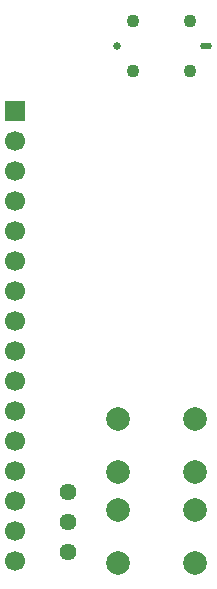
<source format=gbr>
%TF.GenerationSoftware,KiCad,Pcbnew,9.0.2*%
%TF.CreationDate,2025-06-10T14:23:58-07:00*%
%TF.ProjectId,LockerHacks Remake,4c6f636b-6572-4486-9163-6b732052656d,rev?*%
%TF.SameCoordinates,Original*%
%TF.FileFunction,Soldermask,Bot*%
%TF.FilePolarity,Negative*%
%FSLAX46Y46*%
G04 Gerber Fmt 4.6, Leading zero omitted, Abs format (unit mm)*
G04 Created by KiCad (PCBNEW 9.0.2) date 2025-06-10 14:23:58*
%MOMM*%
%LPD*%
G01*
G04 APERTURE LIST*
%ADD10C,1.100000*%
%ADD11O,1.000000X0.580000*%
%ADD12C,0.660000*%
%ADD13C,2.000000*%
%ADD14C,1.440000*%
%ADD15R,1.700000X1.700000*%
%ADD16C,1.700000*%
G04 APERTURE END LIST*
D10*
%TO.C,J1*%
X117600000Y-67000000D03*
X117600000Y-62700000D03*
X112800000Y-67000000D03*
X112800000Y-62700000D03*
D11*
X118950000Y-64850000D03*
D12*
X111450000Y-64850000D03*
%TD*%
D13*
%TO.C,SW2*%
X111485000Y-96430000D03*
X117985000Y-96430000D03*
X111485000Y-100930000D03*
X117985000Y-100930000D03*
%TD*%
%TO.C,SW1*%
X111485000Y-104130000D03*
X117985000Y-104130000D03*
X111485000Y-108630000D03*
X117985000Y-108630000D03*
%TD*%
D14*
%TO.C,RV1*%
X107300000Y-102620000D03*
X107300000Y-105160000D03*
X107300000Y-107700000D03*
%TD*%
D15*
%TO.C,J2*%
X102800000Y-70335000D03*
D16*
X102800000Y-72875000D03*
X102800000Y-75415000D03*
X102800000Y-77955000D03*
X102800000Y-80495000D03*
X102800000Y-83035000D03*
X102800000Y-85575000D03*
X102800000Y-88115000D03*
X102800000Y-90655000D03*
X102800000Y-93195000D03*
X102800000Y-95735000D03*
X102800000Y-98275000D03*
X102800000Y-100815000D03*
X102800000Y-103355000D03*
X102800000Y-105895000D03*
X102800000Y-108435000D03*
%TD*%
M02*

</source>
